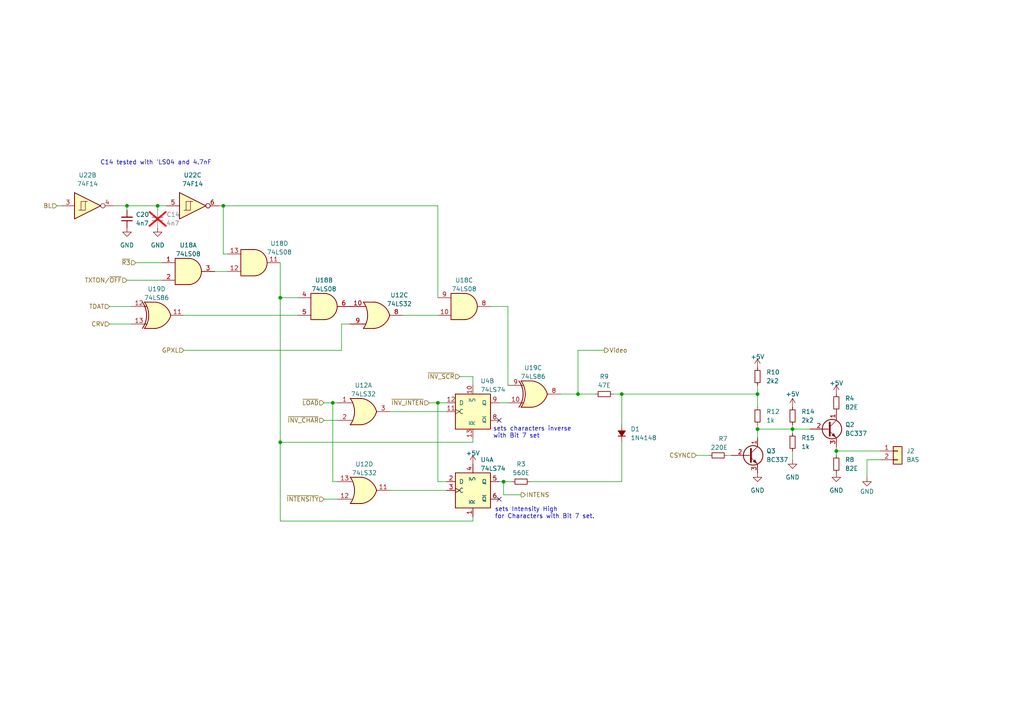
<source format=kicad_sch>
(kicad_sch (version 20231120) (generator "eeschema") (generator_version "8.0")
  (paper "A4")
  (title_block (title "EVA1 (Epson Video Adapter) - Video Output") (date "2025-01-09") (rev "v0.1") (company "100% Offner") (comment 1 "v0.1: Initial Release"))
  (lib_symbols
    (symbol "74xx:74LS08" (pin_names (offset 1.016))
      (property "Reference" "U" (at 0 1.27 0))
      (property "Value" "74LS08" (at 0 -1.27 0))
      (symbol "74LS08_1_1"
        (arc (start 0 -3.81) (mid 3.7934 0) (end 0 3.81) (stroke (width 0.254)) (fill (type background)))
        (polyline (pts (xy 0 3.81) (xy -3.81 3.81) (xy -3.81 -3.81) (xy 0 -3.81)) (stroke (width 0.254)) (fill (type background)))
        (pin input line (at -7.62 2.54 0) (length 3.81) (name "~") (number "1"))
        (pin input line (at -7.62 -2.54 0) (length 3.81) (name "~") (number "2"))
        (pin output line (at 7.62 0 180) (length 3.81) (name "~") (number "3"))
      )
      (symbol "74LS08_1_2"
        (arc (start -3.81 -3.81) (mid -2.589 0) (end -3.81 3.81) (stroke (width 0.254)))
        (arc (start -0.6096 -3.81) (mid 2.1842 -2.5851) (end 3.81 0) (stroke (width 0.254)) (fill (type background)))
        (polyline (pts (xy -3.81 -3.81) (xy -0.635 -3.81)) (stroke (width 0.254)) (fill (type background)))
        (polyline (pts (xy -3.81 3.81) (xy -0.635 3.81)) (stroke (width 0.254)) (fill (type background)))
        (polyline (pts (xy -0.635 3.81) (xy -3.81 3.81) (xy -3.81 3.81) (xy -3.556 3.4036) (xy -3.0226 2.2606) (xy -2.6924 1.0414) (xy -2.6162 -0.254) (xy -2.7686 -1.4986) (xy -3.175 -2.7178) (xy -3.81 -3.81) (xy -3.81 -3.81) (xy -0.635 -3.81)) (stroke (width -25.4)) (fill (type background)))
        (arc (start 3.81 0) (mid 2.1915 2.5936) (end -0.6096 3.81) (stroke (width 0.254)) (fill (type background)))
        (pin input inverted (at -7.62 2.54 0) (length 4.318) (name "~") (number "1"))
        (pin input inverted (at -7.62 -2.54 0) (length 4.318) (name "~") (number "2"))
        (pin output inverted (at 7.62 0 180) (length 3.81) (name "~") (number "3"))
      )
      (symbol "74LS08_2_1"
        (arc (start 0 -3.81) (mid 3.7934 0) (end 0 3.81) (stroke (width 0.254)) (fill (type background)))
        (polyline (pts (xy 0 3.81) (xy -3.81 3.81) (xy -3.81 -3.81) (xy 0 -3.81)) (stroke (width 0.254)) (fill (type background)))
        (pin input line (at -7.62 2.54 0) (length 3.81) (name "~") (number "4"))
        (pin input line (at -7.62 -2.54 0) (length 3.81) (name "~") (number "5"))
        (pin output line (at 7.62 0 180) (length 3.81) (name "~") (number "6"))
      )
      (symbol "74LS08_2_2"
        (arc (start -3.81 -3.81) (mid -2.589 0) (end -3.81 3.81) (stroke (width 0.254)))
        (arc (start -0.6096 -3.81) (mid 2.1842 -2.5851) (end 3.81 0) (stroke (width 0.254)) (fill (type background)))
        (polyline (pts (xy -3.81 -3.81) (xy -0.635 -3.81)) (stroke (width 0.254)) (fill (type background)))
        (polyline (pts (xy -3.81 3.81) (xy -0.635 3.81)) (stroke (width 0.254)) (fill (type background)))
        (polyline (pts (xy -0.635 3.81) (xy -3.81 3.81) (xy -3.81 3.81) (xy -3.556 3.4036) (xy -3.0226 2.2606) (xy -2.6924 1.0414) (xy -2.6162 -0.254) (xy -2.7686 -1.4986) (xy -3.175 -2.7178) (xy -3.81 -3.81) (xy -3.81 -3.81) (xy -0.635 -3.81)) (stroke (width -25.4)) (fill (type background)))
        (arc (start 3.81 0) (mid 2.1915 2.5936) (end -0.6096 3.81) (stroke (width 0.254)) (fill (type background)))
        (pin input inverted (at -7.62 2.54 0) (length 4.318) (name "~") (number "4"))
        (pin input inverted (at -7.62 -2.54 0) (length 4.318) (name "~") (number "5"))
        (pin output inverted (at 7.62 0 180) (length 3.81) (name "~") (number "6"))
      )
      (symbol "74LS08_3_1"
        (arc (start 0 -3.81) (mid 3.7934 0) (end 0 3.81) (stroke (width 0.254)) (fill (type background)))
        (polyline (pts (xy 0 3.81) (xy -3.81 3.81) (xy -3.81 -3.81) (xy 0 -3.81)) (stroke (width 0.254)) (fill (type background)))
        (pin input line (at -7.62 -2.54 0) (length 3.81) (name "~") (number "10"))
        (pin output line (at 7.62 0 180) (length 3.81) (name "~") (number "8"))
        (pin input line (at -7.62 2.54 0) (length 3.81) (name "~") (number "9"))
      )
      (symbol "74LS08_3_2"
        (arc (start -3.81 -3.81) (mid -2.589 0) (end -3.81 3.81) (stroke (width 0.254)))
        (arc (start -0.6096 -3.81) (mid 2.1842 -2.5851) (end 3.81 0) (stroke (width 0.254)) (fill (type background)))
        (polyline (pts (xy -3.81 -3.81) (xy -0.635 -3.81)) (stroke (width 0.254)) (fill (type background)))
        (polyline (pts (xy -3.81 3.81) (xy -0.635 3.81)) (stroke (width 0.254)) (fill (type background)))
        (polyline (pts (xy -0.635 3.81) (xy -3.81 3.81) (xy -3.81 3.81) (xy -3.556 3.4036) (xy -3.0226 2.2606) (xy -2.6924 1.0414) (xy -2.6162 -0.254) (xy -2.7686 -1.4986) (xy -3.175 -2.7178) (xy -3.81 -3.81) (xy -3.81 -3.81) (xy -0.635 -3.81)) (stroke (width -25.4)) (fill (type background)))
        (arc (start 3.81 0) (mid 2.1915 2.5936) (end -0.6096 3.81) (stroke (width 0.254)) (fill (type background)))
        (pin input inverted (at -7.62 -2.54 0) (length 4.318) (name "~") (number "10"))
        (pin output inverted (at 7.62 0 180) (length 3.81) (name "~") (number "8"))
        (pin input inverted (at -7.62 2.54 0) (length 4.318) (name "~") (number "9"))
      )
      (symbol "74LS08_4_1"
        (arc (start 0 -3.81) (mid 3.7934 0) (end 0 3.81) (stroke (width 0.254)) (fill (type background)))
        (polyline (pts (xy 0 3.81) (xy -3.81 3.81) (xy -3.81 -3.81) (xy 0 -3.81)) (stroke (width 0.254)) (fill (type background)))
        (pin output line (at 7.62 0 180) (length 3.81) (name "~") (number "11"))
        (pin input line (at -7.62 2.54 0) (length 3.81) (name "~") (number "12"))
        (pin input line (at -7.62 -2.54 0) (length 3.81) (name "~") (number "13"))
      )
      (symbol "74LS08_4_2"
        (arc (start -3.81 -3.81) (mid -2.589 0) (end -3.81 3.81) (stroke (width 0.254)))
        (arc (start -0.6096 -3.81) (mid 2.1842 -2.5851) (end 3.81 0) (stroke (width 0.254)) (fill (type background)))
        (polyline (pts (xy -3.81 -3.81) (xy -0.635 -3.81)) (stroke (width 0.254)) (fill (type background)))
        (polyline (pts (xy -3.81 3.81) (xy -0.635 3.81)) (stroke (width 0.254)) (fill (type background)))
        (polyline (pts (xy -0.635 3.81) (xy -3.81 3.81) (xy -3.81 3.81) (xy -3.556 3.4036) (xy -3.0226 2.2606) (xy -2.6924 1.0414) (xy -2.6162 -0.254) (xy -2.7686 -1.4986) (xy -3.175 -2.7178) (xy -3.81 -3.81) (xy -3.81 -3.81) (xy -0.635 -3.81)) (stroke (width -25.4)) (fill (type background)))
        (arc (start 3.81 0) (mid 2.1915 2.5936) (end -0.6096 3.81) (stroke (width 0.254)) (fill (type background)))
        (pin output inverted (at 7.62 0 180) (length 3.81) (name "~") (number "11"))
        (pin input inverted (at -7.62 2.54 0) (length 4.318) (name "~") (number "12"))
        (pin input inverted (at -7.62 -2.54 0) (length 4.318) (name "~") (number "13"))
      )
      (symbol "74LS08_5_0"
        (pin power_in line (at 0 12.7 270) (length 5.08) (name "VCC") (number "14"))
        (pin power_in line (at 0 -12.7 90) (length 5.08) (name "GND") (number "7"))
      )
      (symbol "74LS08_5_1"
        (rectangle (start -5.08 7.62) (end 5.08 -7.62) (stroke (width 0.254)) (fill (type background)))
      )
    )
    (symbol "74xx:74LS14" (pin_names (offset 1.016))
      (property "Reference" "U" (at 0 1.27 0))
      (property "Value" "74LS14" (at 0 -1.27 0))
      (symbol "74LS14_1_0"
        (polyline (pts (xy -3.81 3.81) (xy -3.81 -3.81) (xy 3.81 0) (xy -3.81 3.81)) (stroke (width 0.254)) (fill (type background)))
        (pin input line (at -7.62 0 0) (length 3.81) (name "~") (number "1"))
        (pin output inverted (at 7.62 0 180) (length 3.81) (name "~") (number "2"))
      )
      (symbol "74LS14_1_1"
        (polyline (pts (xy -1.905 -1.27) (xy -1.905 1.27) (xy -0.635 1.27)))
        (polyline (pts (xy -2.54 -1.27) (xy -0.635 -1.27) (xy -0.635 1.27) (xy 0 1.27)))
      )
      (symbol "74LS14_2_0"
        (polyline (pts (xy -3.81 3.81) (xy -3.81 -3.81) (xy 3.81 0) (xy -3.81 3.81)) (stroke (width 0.254)) (fill (type background)))
        (pin input line (at -7.62 0 0) (length 3.81) (name "~") (number "3"))
        (pin output inverted (at 7.62 0 180) (length 3.81) (name "~") (number "4"))
      )
      (symbol "74LS14_2_1"
        (polyline (pts (xy -1.905 -1.27) (xy -1.905 1.27) (xy -0.635 1.27)))
        (polyline (pts (xy -2.54 -1.27) (xy -0.635 -1.27) (xy -0.635 1.27) (xy 0 1.27)))
      )
      (symbol "74LS14_3_0"
        (polyline (pts (xy -3.81 3.81) (xy -3.81 -3.81) (xy 3.81 0) (xy -3.81 3.81)) (stroke (width 0.254)) (fill (type background)))
        (pin input line (at -7.62 0 0) (length 3.81) (name "~") (number "5"))
        (pin output inverted (at 7.62 0 180) (length 3.81) (name "~") (number "6"))
      )
      (symbol "74LS14_3_1"
        (polyline (pts (xy -1.905 -1.27) (xy -1.905 1.27) (xy -0.635 1.27)))
        (polyline (pts (xy -2.54 -1.27) (xy -0.635 -1.27) (xy -0.635 1.27) (xy 0 1.27)))
      )
      (symbol "74LS14_4_0"
        (polyline (pts (xy -3.81 3.81) (xy -3.81 -3.81) (xy 3.81 0) (xy -3.81 3.81)) (stroke (width 0.254)) (fill (type background)))
        (pin output inverted (at 7.62 0 180) (length 3.81) (name "~") (number "8"))
        (pin input line (at -7.62 0 0) (length 3.81) (name "~") (number "9"))
      )
      (symbol "74LS14_4_1"
        (polyline (pts (xy -1.905 -1.27) (xy -1.905 1.27) (xy -0.635 1.27)))
        (polyline (pts (xy -2.54 -1.27) (xy -0.635 -1.27) (xy -0.635 1.27) (xy 0 1.27)))
      )
      (symbol "74LS14_5_0"
        (polyline (pts (xy -3.81 3.81) (xy -3.81 -3.81) (xy 3.81 0) (xy -3.81 3.81)) (stroke (width 0.254)) (fill (type background)))
        (pin output inverted (at 7.62 0 180) (length 3.81) (name "~") (number "10"))
        (pin input line (at -7.62 0 0) (length 3.81) (name "~") (number "11"))
      )
      (symbol "74LS14_5_1"
        (polyline (pts (xy -1.905 -1.27) (xy -1.905 1.27) (xy -0.635 1.27)))
        (polyline (pts (xy -2.54 -1.27) (xy -0.635 -1.27) (xy -0.635 1.27) (xy 0 1.27)))
      )
      (symbol "74LS14_6_0"
        (polyline (pts (xy -3.81 3.81) (xy -3.81 -3.81) (xy 3.81 0) (xy -3.81 3.81)) (stroke (width 0.254)) (fill (type background)))
        (pin output inverted (at 7.62 0 180) (length 3.81) (name "~") (number "12"))
        (pin input line (at -7.62 0 0) (length 3.81) (name "~") (number "13"))
      )
      (symbol "74LS14_6_1"
        (polyline (pts (xy -1.905 -1.27) (xy -1.905 1.27) (xy -0.635 1.27)))
        (polyline (pts (xy -2.54 -1.27) (xy -0.635 -1.27) (xy -0.635 1.27) (xy 0 1.27)))
      )
      (symbol "74LS14_7_0"
        (pin power_in line (at 0 12.7 270) (length 5.08) (name "VCC") (number "14"))
        (pin power_in line (at 0 -12.7 90) (length 5.08) (name "GND") (number "7"))
      )
      (symbol "74LS14_7_1"
        (rectangle (start -5.08 7.62) (end 5.08 -7.62) (stroke (width 0.254)) (fill (type background)))
      )
    )
    (symbol "74xx:74LS32" (pin_names (offset 1.016))
      (property "Reference" "U" (at 0 1.27 0))
      (property "Value" "74LS32" (at 0 -1.27 0))
      (symbol "74LS32_1_1"
        (arc (start -3.81 -3.81) (mid -2.589 0) (end -3.81 3.81) (stroke (width 0.254)))
        (arc (start -0.6096 -3.81) (mid 2.1842 -2.5851) (end 3.81 0) (stroke (width 0.254)) (fill (type background)))
        (polyline (pts (xy -3.81 -3.81) (xy -0.635 -3.81)) (stroke (width 0.254)) (fill (type background)))
        (polyline (pts (xy -3.81 3.81) (xy -0.635 3.81)) (stroke (width 0.254)) (fill (type background)))
        (polyline (pts (xy -0.635 3.81) (xy -3.81 3.81) (xy -3.81 3.81) (xy -3.556 3.4036) (xy -3.0226 2.2606) (xy -2.6924 1.0414) (xy -2.6162 -0.254) (xy -2.7686 -1.4986) (xy -3.175 -2.7178) (xy -3.81 -3.81) (xy -3.81 -3.81) (xy -0.635 -3.81)) (stroke (width -25.4)) (fill (type background)))
        (arc (start 3.81 0) (mid 2.1915 2.5936) (end -0.6096 3.81) (stroke (width 0.254)) (fill (type background)))
        (pin input line (at -7.62 2.54 0) (length 4.318) (name "~") (number "1"))
        (pin input line (at -7.62 -2.54 0) (length 4.318) (name "~") (number "2"))
        (pin output line (at 7.62 0 180) (length 3.81) (name "~") (number "3"))
      )
      (symbol "74LS32_1_2"
        (arc (start 0 -3.81) (mid 3.7934 0) (end 0 3.81) (stroke (width 0.254)) (fill (type background)))
        (polyline (pts (xy 0 3.81) (xy -3.81 3.81) (xy -3.81 -3.81) (xy 0 -3.81)) (stroke (width 0.254)) (fill (type background)))
        (pin input inverted (at -7.62 2.54 0) (length 3.81) (name "~") (number "1"))
        (pin input inverted (at -7.62 -2.54 0) (length 3.81) (name "~") (number "2"))
        (pin output inverted (at 7.62 0 180) (length 3.81) (name "~") (number "3"))
      )
      (symbol "74LS32_2_1"
        (arc (start -3.81 -3.81) (mid -2.589 0) (end -3.81 3.81) (stroke (width 0.254)))
        (arc (start -0.6096 -3.81) (mid 2.1842 -2.5851) (end 3.81 0) (stroke (width 0.254)) (fill (type background)))
        (polyline (pts (xy -3.81 -3.81) (xy -0.635 -3.81)) (stroke (width 0.254)) (fill (type background)))
        (polyline (pts (xy -3.81 3.81) (xy -0.635 3.81)) (stroke (width 0.254)) (fill (type background)))
        (polyline (pts (xy -0.635 3.81) (xy -3.81 3.81) (xy -3.81 3.81) (xy -3.556 3.4036) (xy -3.0226 2.2606) (xy -2.6924 1.0414) (xy -2.6162 -0.254) (xy -2.7686 -1.4986) (xy -3.175 -2.7178) (xy -3.81 -3.81) (xy -3.81 -3.81) (xy -0.635 -3.81)) (stroke (width -25.4)) (fill (type background)))
        (arc (start 3.81 0) (mid 2.1915 2.5936) (end -0.6096 3.81) (stroke (width 0.254)) (fill (type background)))
        (pin input line (at -7.62 2.54 0) (length 4.318) (name "~") (number "4"))
        (pin input line (at -7.62 -2.54 0) (length 4.318) (name "~") (number "5"))
        (pin output line (at 7.62 0 180) (length 3.81) (name "~") (number "6"))
      )
      (symbol "74LS32_2_2"
        (arc (start 0 -3.81) (mid 3.7934 0) (end 0 3.81) (stroke (width 0.254)) (fill (type background)))
        (polyline (pts (xy 0 3.81) (xy -3.81 3.81) (xy -3.81 -3.81) (xy 0 -3.81)) (stroke (width 0.254)) (fill (type background)))
        (pin input inverted (at -7.62 2.54 0) (length 3.81) (name "~") (number "4"))
        (pin input inverted (at -7.62 -2.54 0) (length 3.81) (name "~") (number "5"))
        (pin output inverted (at 7.62 0 180) (length 3.81) (name "~") (number "6"))
      )
      (symbol "74LS32_3_1"
        (arc (start -3.81 -3.81) (mid -2.589 0) (end -3.81 3.81) (stroke (width 0.254)))
        (arc (start -0.6096 -3.81) (mid 2.1842 -2.5851) (end 3.81 0) (stroke (width 0.254)) (fill (type background)))
        (polyline (pts (xy -3.81 -3.81) (xy -0.635 -3.81)) (stroke (width 0.254)) (fill (type background)))
        (polyline (pts (xy -3.81 3.81) (xy -0.635 3.81)) (stroke (width 0.254)) (fill (type background)))
        (polyline (pts (xy -0.635 3.81) (xy -3.81 3.81) (xy -3.81 3.81) (xy -3.556 3.4036) (xy -3.0226 2.2606) (xy -2.6924 1.0414) (xy -2.6162 -0.254) (xy -2.7686 -1.4986) (xy -3.175 -2.7178) (xy -3.81 -3.81) (xy -3.81 -3.81) (xy -0.635 -3.81)) (stroke (width -25.4)) (fill (type background)))
        (arc (start 3.81 0) (mid 2.1915 2.5936) (end -0.6096 3.81) (stroke (width 0.254)) (fill (type background)))
        (pin input line (at -7.62 -2.54 0) (length 4.318) (name "~") (number "10"))
        (pin output line (at 7.62 0 180) (length 3.81) (name "~") (number "8"))
        (pin input line (at -7.62 2.54 0) (length 4.318) (name "~") (number "9"))
      )
      (symbol "74LS32_3_2"
        (arc (start 0 -3.81) (mid 3.7934 0) (end 0 3.81) (stroke (width 0.254)) (fill (type background)))
        (polyline (pts (xy 0 3.81) (xy -3.81 3.81) (xy -3.81 -3.81) (xy 0 -3.81)) (stroke (width 0.254)) (fill (type background)))
        (pin input inverted (at -7.62 -2.54 0) (length 3.81) (name "~") (number "10"))
        (pin output inverted (at 7.62 0 180) (length 3.81) (name "~") (number "8"))
        (pin input inverted (at -7.62 2.54 0) (length 3.81) (name "~") (number "9"))
      )
      (symbol "74LS32_4_1"
        (arc (start -3.81 -3.81) (mid -2.589 0) (end -3.81 3.81) (stroke (width 0.254)))
        (arc (start -0.6096 -3.81) (mid 2.1842 -2.5851) (end 3.81 0) (stroke (width 0.254)) (fill (type background)))
        (polyline (pts (xy -3.81 -3.81) (xy -0.635 -3.81)) (stroke (width 0.254)) (fill (type background)))
        (polyline (pts (xy -3.81 3.81) (xy -0.635 3.81)) (stroke (width 0.254)) (fill (type background)))
        (polyline (pts (xy -0.635 3.81) (xy -3.81 3.81) (xy -3.81 3.81) (xy -3.556 3.4036) (xy -3.0226 2.2606) (xy -2.6924 1.0414) (xy -2.6162 -0.254) (xy -2.7686 -1.4986) (xy -3.175 -2.7178) (xy -3.81 -3.81) (xy -3.81 -3.81) (xy -0.635 -3.81)) (stroke (width -25.4)) (fill (type background)))
        (arc (start 3.81 0) (mid 2.1915 2.5936) (end -0.6096 3.81) (stroke (width 0.254)) (fill (type background)))
        (pin output line (at 7.62 0 180) (length 3.81) (name "~") (number "11"))
        (pin input line (at -7.62 2.54 0) (length 4.318) (name "~") (number "12"))
        (pin input line (at -7.62 -2.54 0) (length 4.318) (name "~") (number "13"))
      )
      (symbol "74LS32_4_2"
        (arc (start 0 -3.81) (mid 3.7934 0) (end 0 3.81) (stroke (width 0.254)) (fill (type background)))
        (polyline (pts (xy 0 3.81) (xy -3.81 3.81) (xy -3.81 -3.81) (xy 0 -3.81)) (stroke (width 0.254)) (fill (type background)))
        (pin output inverted (at 7.62 0 180) (length 3.81) (name "~") (number "11"))
        (pin input inverted (at -7.62 2.54 0) (length 3.81) (name "~") (number "12"))
        (pin input inverted (at -7.62 -2.54 0) (length 3.81) (name "~") (number "13"))
      )
      (symbol "74LS32_5_0"
        (pin power_in line (at 0 12.7 270) (length 5.08) (name "VCC") (number "14"))
        (pin power_in line (at 0 -12.7 90) (length 5.08) (name "GND") (number "7"))
      )
      (symbol "74LS32_5_1"
        (rectangle (start -5.08 7.62) (end 5.08 -7.62) (stroke (width 0.254)) (fill (type background)))
      )
    )
    (symbol "74xx:74LS74" (pin_names (offset 1.016))
      (property "Reference" "U" (at -7.62 8.89 0))
      (property "Value" "74LS74" (at -7.62 -8.89 0))
      (symbol "74LS74_1_0"
        (pin input line (at 0 -7.62 90) (length 2.54) (name "~{R}") (number "1"))
        (pin input line (at -7.62 2.54 0) (length 2.54) (name "D") (number "2"))
        (pin input clock (at -7.62 0 0) (length 2.54) (name "C") (number "3"))
        (pin input line (at 0 7.62 270) (length 2.54) (name "~{S}") (number "4"))
        (pin output line (at 7.62 2.54 180) (length 2.54) (name "Q") (number "5"))
        (pin output line (at 7.62 -2.54 180) (length 2.54) (name "~{Q}") (number "6"))
      )
      (symbol "74LS74_1_1"
        (rectangle (start -5.08 5.08) (end 5.08 -5.08) (stroke (width 0.254)) (fill (type background)))
      )
      (symbol "74LS74_2_0"
        (pin input line (at 0 7.62 270) (length 2.54) (name "~{S}") (number "10"))
        (pin input clock (at -7.62 0 0) (length 2.54) (name "C") (number "11"))
        (pin input line (at -7.62 2.54 0) (length 2.54) (name "D") (number "12"))
        (pin input line (at 0 -7.62 90) (length 2.54) (name "~{R}") (number "13"))
        (pin output line (at 7.62 -2.54 180) (length 2.54) (name "~{Q}") (number "8"))
        (pin output line (at 7.62 2.54 180) (length 2.54) (name "Q") (number "9"))
      )
      (symbol "74LS74_2_1"
        (rectangle (start -5.08 5.08) (end 5.08 -5.08) (stroke (width 0.254)) (fill (type background)))
      )
      (symbol "74LS74_3_0"
        (pin power_in line (at 0 10.16 270) (length 2.54) (name "VCC") (number "14"))
        (pin power_in line (at 0 -10.16 90) (length 2.54) (name "GND") (number "7"))
      )
      (symbol "74LS74_3_1"
        (rectangle (start -5.08 7.62) (end 5.08 -7.62) (stroke (width 0.254)) (fill (type background)))
      )
    )
    (symbol "74xx:74LS86" (pin_names (offset 1.016))
      (property "Reference" "U" (at 0 1.27 0))
      (property "Value" "74LS86" (at 0 -1.27 0))
      (symbol "74LS86_1_0"
        (arc (start -4.4196 -3.81) (mid -3.2033 0) (end -4.4196 3.81) (stroke (width 0.254)))
        (arc (start -3.81 -3.81) (mid -2.589 0) (end -3.81 3.81) (stroke (width 0.254)))
        (arc (start -0.6096 -3.81) (mid 2.1842 -2.5851) (end 3.81 0) (stroke (width 0.254)) (fill (type background)))
        (polyline (pts (xy -3.81 -3.81) (xy -0.635 -3.81)) (stroke (width 0.254)) (fill (type background)))
        (polyline (pts (xy -3.81 3.81) (xy -0.635 3.81)) (stroke (width 0.254)) (fill (type background)))
        (polyline (pts (xy -0.635 3.81) (xy -3.81 3.81) (xy -3.81 3.81) (xy -3.556 3.4036) (xy -3.0226 2.2606) (xy -2.6924 1.0414) (xy -2.6162 -0.254) (xy -2.7686 -1.4986) (xy -3.175 -2.7178) (xy -3.81 -3.81) (xy -3.81 -3.81) (xy -0.635 -3.81)) (stroke (width -25.4)) (fill (type background)))
        (arc (start 3.81 0) (mid 2.1915 2.5936) (end -0.6096 3.81) (stroke (width 0.254)) (fill (type background)))
        (pin input line (at -7.62 2.54 0) (length 4.445) (name "~") (number "1"))
        (pin input line (at -7.62 -2.54 0) (length 4.445) (name "~") (number "2"))
        (pin output line (at 7.62 0 180) (length 3.81) (name "~") (number "3"))
      )
      (symbol "74LS86_1_1"
        (polyline (pts (xy -3.81 -2.54) (xy -3.175 -2.54)) (stroke (width 0.1524)))
        (polyline (pts (xy -3.81 2.54) (xy -3.175 2.54)) (stroke (width 0.1524)))
      )
      (symbol "74LS86_2_0"
        (arc (start -4.4196 -3.81) (mid -3.2033 0) (end -4.4196 3.81) (stroke (width 0.254)))
        (arc (start -3.81 -3.81) (mid -2.589 0) (end -3.81 3.81) (stroke (width 0.254)))
        (arc (start -0.6096 -3.81) (mid 2.1842 -2.5851) (end 3.81 0) (stroke (width 0.254)) (fill (type background)))
        (polyline (pts (xy -3.81 -3.81) (xy -0.635 -3.81)) (stroke (width 0.254)) (fill (type background)))
        (polyline (pts (xy -3.81 3.81) (xy -0.635 3.81)) (stroke (width 0.254)) (fill (type background)))
        (polyline (pts (xy -0.635 3.81) (xy -3.81 3.81) (xy -3.81 3.81) (xy -3.556 3.4036) (xy -3.0226 2.2606) (xy -2.6924 1.0414) (xy -2.6162 -0.254) (xy -2.7686 -1.4986) (xy -3.175 -2.7178) (xy -3.81 -3.81) (xy -3.81 -3.81) (xy -0.635 -3.81)) (stroke (width -25.4)) (fill (type background)))
        (arc (start 3.81 0) (mid 2.1915 2.5936) (end -0.6096 3.81) (stroke (width 0.254)) (fill (type background)))
        (pin input line (at -7.62 2.54 0) (length 4.445) (name "~") (number "4"))
        (pin input line (at -7.62 -2.54 0) (length 4.445) (name "~") (number "5"))
        (pin output line (at 7.62 0 180) (length 3.81) (name "~") (number "6"))
      )
      (symbol "74LS86_2_1"
        (polyline (pts (xy -3.81 -2.54) (xy -3.175 -2.54)) (stroke (width 0.1524)))
        (polyline (pts (xy -3.81 2.54) (xy -3.175 2.54)) (stroke (width 0.1524)))
      )
      (symbol "74LS86_3_0"
        (arc (start -4.4196 -3.81) (mid -3.2033 0) (end -4.4196 3.81) (stroke (width 0.254)))
        (arc (start -3.81 -3.81) (mid -2.589 0) (end -3.81 3.81) (stroke (width 0.254)))
        (arc (start -0.6096 -3.81) (mid 2.1842 -2.5851) (end 3.81 0) (stroke (width 0.254)) (fill (type background)))
        (polyline (pts (xy -3.81 -3.81) (xy -0.635 -3.81)) (stroke (width 0.254)) (fill (type background)))
        (polyline (pts (xy -3.81 3.81) (xy -0.635 3.81)) (stroke (width 0.254)) (fill (type background)))
        (polyline (pts (xy -0.635 3.81) (xy -3.81 3.81) (xy -3.81 3.81) (xy -3.556 3.4036) (xy -3.0226 2.2606) (xy -2.6924 1.0414) (xy -2.6162 -0.254) (xy -2.7686 -1.4986) (xy -3.175 -2.7178) (xy -3.81 -3.81) (xy -3.81 -3.81) (xy -0.635 -3.81)) (stroke (width -25.4)) (fill (type background)))
        (arc (start 3.81 0) (mid 2.1915 2.5936) (end -0.6096 3.81) (stroke (width 0.254)) (fill (type background)))
        (pin input line (at -7.62 -2.54 0) (length 4.445) (name "~") (number "10"))
        (pin output line (at 7.62 0 180) (length 3.81) (name "~") (number "8"))
        (pin input line (at -7.62 2.54 0) (length 4.445) (name "~") (number "9"))
      )
      (symbol "74LS86_3_1"
        (polyline (pts (xy -3.81 -2.54) (xy -3.175 -2.54)) (stroke (width 0.1524)))
        (polyline (pts (xy -3.81 2.54) (xy -3.175 2.54)) (stroke (width 0.1524)))
      )
      (symbol "74LS86_4_0"
        (arc (start -4.4196 -3.81) (mid -3.2033 0) (end -4.4196 3.81) (stroke (width 0.254)))
        (arc (start -3.81 -3.81) (mid -2.589 0) (end -3.81 3.81) (stroke (width 0.254)))
        (arc (start -0.6096 -3.81) (mid 2.1842 -2.5851) (end 3.81 0) (stroke (width 0.254)) (fill (type background)))
        (polyline (pts (xy -3.81 -3.81) (xy -0.635 -3.81)) (stroke (width 0.254)) (fill (type background)))
        (polyline (pts (xy -3.81 3.81) (xy -0.635 3.81)) (stroke (width 0.254)) (fill (type background)))
        (polyline (pts (xy -0.635 3.81) (xy -3.81 3.81) (xy -3.81 3.81) (xy -3.556 3.4036) (xy -3.0226 2.2606) (xy -2.6924 1.0414) (xy -2.6162 -0.254) (xy -2.7686 -1.4986) (xy -3.175 -2.7178) (xy -3.81 -3.81) (xy -3.81 -3.81) (xy -0.635 -3.81)) (stroke (width -25.4)) (fill (type background)))
        (arc (start 3.81 0) (mid 2.1915 2.5936) (end -0.6096 3.81) (stroke (width 0.254)) (fill (type background)))
        (pin output line (at 7.62 0 180) (length 3.81) (name "~") (number "11"))
        (pin input line (at -7.62 2.54 0) (length 4.445) (name "~") (number "12"))
        (pin input line (at -7.62 -2.54 0) (length 4.445) (name "~") (number "13"))
      )
      (symbol "74LS86_4_1"
        (polyline (pts (xy -3.81 -2.54) (xy -3.175 -2.54)) (stroke (width 0.1524)))
        (polyline (pts (xy -3.81 2.54) (xy -3.175 2.54)) (stroke (width 0.1524)))
      )
      (symbol "74LS86_5_0"
        (pin power_in line (at 0 12.7 270) (length 5.08) (name "VCC") (number "14"))
        (pin power_in line (at 0 -12.7 90) (length 5.08) (name "GND") (number "7"))
      )
      (symbol "74LS86_5_1"
        (rectangle (start -5.08 7.62) (end 5.08 -7.62) (stroke (width 0.254)) (fill (type background)))
      )
    )
    (symbol "Connector_Generic:Conn_01x02" (pin_names (offset 1.016) hide)
      (property "Reference" "J" (at 0 2.54 0))
      (property "Value" "Conn_01x02" (at 0 -5.08 0))
      (symbol "Conn_01x02_1_1"
        (rectangle (start -1.27 -2.413) (end 0 -2.667) (stroke (width 0.1524)))
        (rectangle (start -1.27 0.127) (end 0 -0.127) (stroke (width 0.1524)))
        (rectangle (start -1.27 1.27) (end 1.27 -3.81) (stroke (width 0.254)) (fill (type background)))
        (pin passive line (at -5.08 0 0) (length 3.81) (name "Pin_1") (number "1"))
        (pin passive line (at -5.08 -2.54 0) (length 3.81) (name "Pin_2") (number "2"))
      )
    )
    (symbol "Device:C_Small" (pin_numbers hide) (pin_names (offset 0.254) hide)
      (property "Reference" "C" (at 0.254 1.778 0))
      (property "Value" "C_Small" (at 0.254 -2.032 0))
      (symbol "C_Small_0_1"
        (polyline (pts (xy -1.524 -0.508) (xy 1.524 -0.508)) (stroke (width 0.3302)))
        (polyline (pts (xy -1.524 0.508) (xy 1.524 0.508)) (stroke (width 0.3048)))
      )
      (symbol "C_Small_1_1"
        (pin passive line (at 0 2.54 270) (length 2.032) (name "~") (number "1"))
        (pin passive line (at 0 -2.54 90) (length 2.032) (name "~") (number "2"))
      )
    )
    (symbol "Device:D_Small_Filled" (pin_numbers hide) (pin_names (offset 0.254) hide)
      (property "Reference" "D" (at -1.27 2.032 0))
      (property "Value" "D_Small_Filled" (at -3.81 -2.032 0))
      (symbol "D_Small_Filled_0_1"
        (polyline (pts (xy -0.762 -1.016) (xy -0.762 1.016)) (stroke (width 0.254)))
        (polyline (pts (xy -0.762 0) (xy 0.762 0)))
        (polyline (pts (xy 0.762 -1.016) (xy -0.762 0) (xy 0.762 1.016) (xy 0.762 -1.016)) (stroke (width 0.254)) (fill (type outline)))
      )
      (symbol "D_Small_Filled_1_1"
        (pin passive line (at -2.54 0 0) (length 1.778) (name "K") (number "1"))
        (pin passive line (at 2.54 0 180) (length 1.778) (name "A") (number "2"))
      )
    )
    (symbol "Device:R_Small" (pin_numbers hide) (pin_names (offset 0.254) hide)
      (property "Reference" "R" (at 0.762 0.508 0))
      (property "Value" "R_Small" (at 0.762 -1.016 0))
      (symbol "R_Small_0_1"
        (rectangle (start -0.762 1.778) (end 0.762 -1.778) (stroke (width 0.2032)))
      )
      (symbol "R_Small_1_1"
        (pin passive line (at 0 2.54 270) (length 0.762) (name "~") (number "1"))
        (pin passive line (at 0 -2.54 90) (length 0.762) (name "~") (number "2"))
      )
    )
    (symbol "Transistor_BJT:BC337" (pin_names (offset 0) hide)
      (property "Reference" "Q" (at 5.08 1.905 0))
      (property "Value" "BC337" (at 5.08 0 0))
      (symbol "BC337_0_1"
        (polyline (pts (xy 0 0) (xy 0.635 0)))
        (polyline (pts (xy 0.635 0.635) (xy 2.54 2.54)))
        (polyline (pts (xy 0.635 -0.635) (xy 2.54 -2.54) (xy 2.54 -2.54)))
        (polyline (pts (xy 0.635 1.905) (xy 0.635 -1.905) (xy 0.635 -1.905)) (stroke (width 0.508)))
        (polyline (pts (xy 1.27 -1.778) (xy 1.778 -1.27) (xy 2.286 -2.286) (xy 1.27 -1.778) (xy 1.27 -1.778)) (fill (type outline)))
        (circle (center 1.27 0) (radius 2.8194) (stroke (width 0.254)))
      )
      (symbol "BC337_1_1"
        (pin passive line (at 2.54 5.08 270) (length 2.54) (name "C") (number "1"))
        (pin input line (at -5.08 0 0) (length 5.08) (name "B") (number "2"))
        (pin passive line (at 2.54 -5.08 90) (length 2.54) (name "E") (number "3"))
      )
    )
    (symbol "power:+5V" (power) (pin_names (offset 0))
      (property "Value" "+5V" (at 0 3.556 0))
      (symbol "+5V_0_1"
        (polyline (pts (xy -0.762 1.27) (xy 0 2.54)))
        (polyline (pts (xy 0 0) (xy 0 2.54)))
        (polyline (pts (xy 0 2.54) (xy 0.762 1.27)))
      )
      (symbol "+5V_1_1"
        (pin power_in line (at 0 0 90) (length 0) hide (name "+5V") (number "1"))
      )
    )
    (symbol "power:GND" (power) (pin_names (offset 0))
      (property "Value" "GND" (at 0 -3.81 0))
      (symbol "GND_0_1"
        (polyline (pts (xy 0 0) (xy 0 -1.27) (xy 1.27 -1.27) (xy 0 -2.54) (xy -1.27 -1.27) (xy 0 -1.27)))
      )
      (symbol "GND_1_1"
        (pin power_in line (at 0 0 270) (length 0) hide (name "GND") (number "1"))
      )
    )
  )
  (junction (at 167.64 114.3))
  (junction (at 64.77 59.69))
  (junction (at 242.57 130.81))
  (junction (at 127 116.84))
  (junction (at 81.28 128.27))
  (junction (at 146.05 139.7))
  (junction (at 219.71 124.46))
  (junction (at 219.71 114.3))
  (junction (at 45.72 59.69))
  (junction (at 81.28 86.36))
  (junction (at 180.34 114.3))
  (junction (at 36.83 59.69))
  (junction (at 229.87 124.46))
  (junction (at 96.52 116.84))
  (no_connect (at 144.78 121.92))
  (no_connect (at 144.78 144.78))
  (wire (pts (xy 180.34 114.3) (xy 180.34 123.19)))
  (wire (pts (xy 142.24 88.9) (xy 147.32 88.9)))
  (wire (pts (xy 116.84 91.44) (xy 127 91.44)))
  (wire (pts (xy 124.46 116.84) (xy 127 116.84)))
  (wire (pts (xy 36.83 59.69) (xy 45.72 59.69)))
  (wire (pts (xy 45.72 59.69) (xy 45.72 60.96)))
  (wire (pts (xy 64.77 59.69) (xy 63.5 59.69)))
  (wire (pts (xy 242.57 130.81) (xy 255.27 130.81)))
  (wire (pts (xy 45.72 59.69) (xy 48.26 59.69)))
  (wire (pts (xy 39.37 76.2) (xy 46.99 76.2)))
  (wire (pts (xy 137.16 111.76) (xy 137.16 109.22)))
  (wire (pts (xy 99.06 101.6) (xy 99.06 93.98)))
  (wire (pts (xy 242.57 129.54) (xy 242.57 130.81)))
  (wire (pts (xy 229.87 124.46) (xy 229.87 125.73)))
  (wire (pts (xy 81.28 128.27) (xy 81.28 86.36)))
  (wire (pts (xy 229.87 124.46) (xy 234.95 124.46)))
  (wire (pts (xy 96.52 116.84) (xy 96.52 139.7)))
  (wire (pts (xy 127 59.69) (xy 127 86.36)))
  (wire (pts (xy 146.05 139.7) (xy 148.59 139.7)))
  (wire (pts (xy 81.28 76.2) (xy 81.28 86.36)))
  (wire (pts (xy 31.75 93.98) (xy 38.1 93.98)))
  (wire (pts (xy 99.06 93.98) (xy 101.6 93.98)))
  (wire (pts (xy 53.34 101.6) (xy 99.06 101.6)))
  (wire (pts (xy 113.03 142.24) (xy 129.54 142.24)))
  (wire (pts (xy 137.16 127) (xy 137.16 128.27)))
  (wire (pts (xy 127 139.7) (xy 129.54 139.7)))
  (wire (pts (xy 219.71 124.46) (xy 229.87 124.46)))
  (wire (pts (xy 53.34 91.44) (xy 86.36 91.44)))
  (wire (pts (xy 81.28 151.13) (xy 137.16 151.13)))
  (wire (pts (xy 229.87 130.81) (xy 229.87 133.35)))
  (wire (pts (xy 201.93 132.08) (xy 205.74 132.08)))
  (wire (pts (xy 36.83 81.28) (xy 46.99 81.28)))
  (wire (pts (xy 210.82 132.08) (xy 212.09 132.08)))
  (wire (pts (xy 147.32 88.9) (xy 147.32 111.76)))
  (wire (pts (xy 180.34 114.3) (xy 219.71 114.3)))
  (wire (pts (xy 33.02 59.69) (xy 36.83 59.69)))
  (wire (pts (xy 16.51 59.69) (xy 17.78 59.69)))
  (wire (pts (xy 175.26 101.6) (xy 167.64 101.6)))
  (wire (pts (xy 219.71 127) (xy 219.71 124.46)))
  (wire (pts (xy 251.46 138.43) (xy 251.46 133.35)))
  (wire (pts (xy 31.75 88.9) (xy 38.1 88.9)))
  (wire (pts (xy 229.87 123.19) (xy 229.87 124.46)))
  (wire (pts (xy 137.16 151.13) (xy 137.16 149.86)))
  (wire (pts (xy 219.71 111.76) (xy 219.71 114.3)))
  (wire (pts (xy 144.78 116.84) (xy 147.32 116.84)))
  (wire (pts (xy 64.77 59.69) (xy 64.77 73.66)))
  (wire (pts (xy 64.77 73.66) (xy 66.04 73.66)))
  (wire (pts (xy 251.46 133.35) (xy 255.27 133.35)))
  (wire (pts (xy 167.64 101.6) (xy 167.64 114.3)))
  (wire (pts (xy 146.05 143.51) (xy 151.13 143.51)))
  (wire (pts (xy 81.28 128.27) (xy 137.16 128.27)))
  (wire (pts (xy 93.98 144.78) (xy 97.79 144.78)))
  (wire (pts (xy 144.78 139.7) (xy 146.05 139.7)))
  (wire (pts (xy 242.57 130.81) (xy 242.57 132.08)))
  (wire (pts (xy 133.35 109.22) (xy 137.16 109.22)))
  (wire (pts (xy 127 59.69) (xy 64.77 59.69)))
  (wire (pts (xy 96.52 139.7) (xy 97.79 139.7)))
  (wire (pts (xy 127 116.84) (xy 127 139.7)))
  (wire (pts (xy 153.67 139.7) (xy 180.34 139.7)))
  (wire (pts (xy 167.64 114.3) (xy 162.56 114.3)))
  (wire (pts (xy 177.8 114.3) (xy 180.34 114.3)))
  (wire (pts (xy 62.23 78.74) (xy 66.04 78.74)))
  (wire (pts (xy 219.71 114.3) (xy 219.71 118.11)))
  (wire (pts (xy 93.98 116.84) (xy 96.52 116.84)))
  (wire (pts (xy 127 116.84) (xy 129.54 116.84)))
  (wire (pts (xy 180.34 128.27) (xy 180.34 139.7)))
  (wire (pts (xy 36.83 59.69) (xy 36.83 60.96)))
  (wire (pts (xy 219.71 123.19) (xy 219.71 124.46)))
  (wire (pts (xy 146.05 139.7) (xy 146.05 143.51)))
  (wire (pts (xy 172.72 114.3) (xy 167.64 114.3)))
  (wire (pts (xy 93.98 121.92) (xy 97.79 121.92)))
  (wire (pts (xy 96.52 116.84) (xy 97.79 116.84)))
  (wire (pts (xy 129.54 119.38) (xy 113.03 119.38)))
  (wire (pts (xy 81.28 86.36) (xy 86.36 86.36)))
  (wire (pts (xy 81.28 151.13) (xy 81.28 128.27)))
  (text "C14 tested with 'LS04 and 4.7nF" (at 45.212 47.244 0) (effects (font (size 1.27 1.27))))
  (text "sets Intensity High\nfor Characters with Bit 7 set." (at 143.51 148.844 0) (effects (font (size 1.27 1.27)) (justify left)))
  (text "sets characters inverse \nwith Bit 7 set" (at 143.002 125.476 0) (effects (font (size 1.27 1.27)) (justify left)))
  (hierarchical_label "~{INV_CHAR}" (shape input) (at 93.98 121.92 180))
  (hierarchical_label "Video" (shape output) (at 175.26 101.6 0))
  (hierarchical_label "TXTON{slash}~{OFF}" (shape input) (at 36.83 81.28 180))
  (hierarchical_label "TDAT" (shape input) (at 31.75 88.9 180))
  (hierarchical_label "~{R3}" (shape input) (at 39.37 76.2 180))
  (hierarchical_label "~{INTENSITY}" (shape input) (at 93.98 144.78 180))
  (hierarchical_label "CRV" (shape input) (at 31.75 93.98 180))
  (hierarchical_label "~{LOAD}" (shape input) (at 93.98 116.84 180))
  (hierarchical_label "~{INV_INTEN}" (shape input) (at 124.46 116.84 180))
  (hierarchical_label "CSYNC" (shape input) (at 201.93 132.08 180))
  (hierarchical_label "~{INV_SCR}" (shape input) (at 133.35 109.22 180))
  (hierarchical_label "INTENS" (shape output) (at 151.13 143.51 0))
  (hierarchical_label "BL" (shape input) (at 16.51 59.69 180))
  (hierarchical_label "GPXL" (shape input) (at 53.34 101.6 180))
  (symbol (lib_id "74xx:74LS14") (at 25.4 59.69 0) (unit 2)
    (property "Reference" "U22" (at 25.4 50.8 0))
    (property "Value" "74F14" (at 25.4 53.34 0))
    (property "Footprint" "Package_DIP:DIP-14_W7.62mm" (effects (hide yes)))
    (property "Datasheet" "http://www.ti.com/lit/gpn/sn74LS14" (effects (hide yes)))
    (property "Description" "Hex inverter schmitt trigger" (effects (hide yes)))
  )
  (symbol (lib_id "Device:R_Small") (at 219.71 109.22 180) (unit 1)
    (property "Reference" "R10" (at 222.25 107.9499 0) (effects (justify right)))
    (property "Value" "2k2" (at 222.25 110.4899 0) (effects (justify right)))
    (property "Footprint" "Resistor_THT:R_Axial_DIN0411_L9.9mm_D3.6mm_P12.70mm_Horizontal" (effects (hide yes)))
    (property "Description" "Resistor, small symbol" (effects (hide yes)))
  )
  (symbol (lib_id "power:GND") (at 45.72 66.04 0) (unit 1)
    (property "Reference" "#PWR075" (effects (hide yes)))
    (property "Value" "GND" (at 45.72 71.12 0))
  )
  (symbol (lib_id "Device:R_Small") (at 151.13 139.7 90) (unit 1)
    (property "Reference" "R3" (at 151.13 134.62 90))
    (property "Value" "560E" (at 151.13 137.16 90))
    (property "Footprint" "Resistor_THT:R_Axial_DIN0411_L9.9mm_D3.6mm_P12.70mm_Horizontal" (effects (hide yes)))
    (property "Description" "Resistor, small symbol" (effects (hide yes)))
  )
  (symbol (lib_id "74xx:74LS08") (at 134.62 88.9 0) (unit 3)
    (property "Reference" "U18" (at 134.6117 81.28 0))
    (property "Value" "74LS08" (at 134.6117 83.82 0))
    (property "Footprint" "Package_DIP:DIP-14_W7.62mm" (effects (hide yes)))
    (property "Datasheet" "http://www.ti.com/lit/gpn/sn74LS08" (effects (hide yes)))
    (property "Description" "Quad And2" (effects (hide yes)))
  )
  (symbol (lib_id "Device:R_Small") (at 242.57 134.62 0) (unit 1)
    (property "Reference" "R8" (at 245.11 133.3499 0) (effects (justify left)))
    (property "Value" "82E" (at 245.11 135.8899 0) (effects (justify left)))
    (property "Footprint" "Resistor_THT:R_Axial_DIN0411_L9.9mm_D3.6mm_P12.70mm_Horizontal" (effects (hide yes)))
    (property "Description" "Resistor, small symbol" (effects (hide yes)))
  )
  (symbol (lib_id "power:+5V") (at 242.57 114.3 0) (unit 1)
    (property "Reference" "#PWR0143" (effects (hide yes)))
    (property "Value" "+5V" (at 242.57 111.125 0))
  )
  (symbol (lib_id "power:GND") (at 219.71 137.16 0) (unit 1)
    (property "Reference" "#PWR082" (effects (hide yes)))
    (property "Value" "GND" (at 219.71 142.24 0))
  )
  (symbol (lib_id "74xx:74LS08") (at 54.61 78.74 0) (unit 1)
    (property "Reference" "U18" (at 54.6017 71.12 0))
    (property "Value" "74LS08" (at 54.6017 73.66 0))
    (property "Footprint" "Package_DIP:DIP-14_W7.62mm" (effects (hide yes)))
    (property "Datasheet" "http://www.ti.com/lit/gpn/sn74LS08" (effects (hide yes)))
    (property "Description" "Quad And2" (effects (hide yes)))
  )
  (symbol (lib_id "Device:R_Small") (at 175.26 114.3 90) (unit 1)
    (property "Reference" "R9" (at 175.26 109.22 90))
    (property "Value" "47E" (at 175.26 111.76 90))
    (property "Footprint" "Resistor_THT:R_Axial_DIN0411_L9.9mm_D3.6mm_P12.70mm_Horizontal" (effects (hide yes)))
    (property "Description" "Resistor, small symbol" (effects (hide yes)))
  )
  (symbol (lib_id "Connector_Generic:Conn_01x02") (at 260.35 130.81 0) (unit 1)
    (property "Reference" "J2" (at 262.89 130.8099 0) (effects (justify left)))
    (property "Value" "BAS" (at 262.89 133.3499 0) (effects (justify left)))
    (property "Footprint" "Connector_PinHeader_2.54mm:PinHeader_1x02_P2.54mm_Vertical" (effects (hide yes)))
    (property "Description" "Generic connector, single row, 01x02, script generated (kicad-library-utils/schlib/autogen/connector/)" (effects (hide yes)))
  )
  (symbol (lib_id "power:GND") (at 229.87 133.35 0) (unit 1)
    (property "Reference" "#PWR0117" (effects (hide yes)))
    (property "Value" "GND" (at 229.87 138.43 0))
  )
  (symbol (lib_id "power:GND") (at 242.57 137.16 0) (unit 1)
    (property "Reference" "#PWR0149" (effects (hide yes)))
    (property "Value" "GND" (at 242.57 142.24 0))
  )
  (symbol (lib_id "Device:R_Small") (at 208.28 132.08 90) (unit 1)
    (property "Reference" "R7" (at 211.074 127.254 90) (effects (justify left)))
    (property "Value" "220E" (at 211.074 129.794 90) (effects (justify left)))
    (property "Footprint" "Resistor_THT:R_Axial_DIN0411_L9.9mm_D3.6mm_P12.70mm_Horizontal" (effects (hide yes)))
    (property "Description" "Resistor, small symbol" (effects (hide yes)))
  )
  (symbol (lib_id "power:+5V") (at 219.71 106.68 0) (unit 1)
    (property "Reference" "#PWR079" (effects (hide yes)))
    (property "Value" "+5V" (at 219.71 103.505 0))
  )
  (symbol (lib_id "74xx:74LS14") (at 55.88 59.69 0) (unit 3)
    (property "Reference" "U22" (at 55.88 50.8 0))
    (property "Value" "74F14" (at 55.88 53.34 0))
    (property "Footprint" "Package_DIP:DIP-14_W7.62mm" (effects (hide yes)))
    (property "Datasheet" "http://www.ti.com/lit/gpn/sn74LS14" (effects (hide yes)))
    (property "Description" "Hex inverter schmitt trigger" (effects (hide yes)))
  )
  (symbol (lib_id "74xx:74LS08") (at 73.66 76.2 0) (mirror x) (unit 4)
    (property "Reference" "U18" (at 81.026 70.612 0))
    (property "Value" "74LS08" (at 81.026 73.152 0))
    (property "Footprint" "Package_DIP:DIP-14_W7.62mm" (effects (hide yes)))
    (property "Datasheet" "http://www.ti.com/lit/gpn/sn74LS08" (effects (hide yes)))
    (property "Description" "Quad And2" (effects (hide yes)))
  )
  (symbol (lib_id "74xx:74LS32") (at 105.41 119.38 0) (unit 1)
    (property "Reference" "U12" (at 105.41 111.76 0))
    (property "Value" "74LS32" (at 105.41 114.3 0))
    (property "Footprint" "Package_DIP:DIP-14_W7.62mm" (effects (hide yes)))
    (property "Datasheet" "http://www.ti.com/lit/gpn/sn74LS32" (effects (hide yes)))
    (property "Description" "Quad 2-input OR" (effects (hide yes)))
  )
  (symbol (lib_id "74xx:74LS74") (at 137.16 142.24 0) (unit 1)
    (property "Reference" "U4" (at 139.3541 133.35 0) (effects (justify left)))
    (property "Value" "74LS74" (at 139.3541 135.89 0) (effects (justify left)))
    (property "Footprint" "Package_DIP:DIP-14_W7.62mm" (effects (hide yes)))
    (property "Datasheet" "74xx/74hc_hct74.pdf" (effects (hide yes)))
    (property "Description" "Dual D Flip-flop, Set & Reset" (effects (hide yes)))
  )
  (symbol (lib_id "74xx:74LS32") (at 109.22 91.44 0) (mirror x) (unit 3)
    (property "Reference" "U12" (at 115.824 85.598 0))
    (property "Value" "74LS32" (at 115.824 88.138 0))
    (property "Footprint" "Package_DIP:DIP-14_W7.62mm" (effects (hide yes)))
    (property "Datasheet" "http://www.ti.com/lit/gpn/sn74LS32" (effects (hide yes)))
    (property "Description" "Quad 2-input OR" (effects (hide yes)))
  )
  (symbol (lib_id "74xx:74LS32") (at 105.41 142.24 0) (mirror x) (unit 4)
    (property "Reference" "U12" (at 105.664 134.62 0))
    (property "Value" "74LS32" (at 105.664 137.16 0))
    (property "Footprint" "Package_DIP:DIP-14_W7.62mm" (effects (hide yes)))
    (property "Datasheet" "http://www.ti.com/lit/gpn/sn74LS32" (effects (hide yes)))
    (property "Description" "Quad 2-input OR" (effects (hide yes)))
  )
  (symbol (lib_id "Device:C_Small") (at 45.72 63.5 180) (unit 1) (dnp yes)
    (property "Reference" "C14" (at 48.26 62.2235 0) (effects (justify right)))
    (property "Value" "4n7" (at 48.26 64.7635 0) (effects (justify right)))
    (property "Footprint" "Capacitor_THT:C_Disc_D4.7mm_W2.5mm_P5.00mm" (effects (hide yes)))
  )
  (symbol (lib_id "74xx:74LS08") (at 93.98 88.9 0) (unit 2)
    (property "Reference" "U18" (at 93.9717 81.28 0))
    (property "Value" "74LS08" (at 93.9717 83.82 0))
    (property "Footprint" "Package_DIP:DIP-14_W7.62mm" (effects (hide yes)))
    (property "Datasheet" "http://www.ti.com/lit/gpn/sn74LS08" (effects (hide yes)))
    (property "Description" "Quad And2" (effects (hide yes)))
  )
  (symbol (lib_id "74xx:74LS74") (at 137.16 119.38 0) (unit 2)
    (property "Reference" "U4" (at 139.3541 110.49 0) (effects (justify left)))
    (property "Value" "74LS74" (at 139.3541 113.03 0) (effects (justify left)))
    (property "Footprint" "Package_DIP:DIP-14_W7.62mm" (effects (hide yes)))
    (property "Datasheet" "74xx/74hc_hct74.pdf" (effects (hide yes)))
    (property "Description" "Dual D Flip-flop, Set & Reset" (effects (hide yes)))
  )
  (symbol (lib_id "power:GND") (at 36.83 66.04 0) (unit 1)
    (property "Reference" "#PWR169" (effects (hide yes)))
    (property "Value" "GND" (at 36.83 71.12 0))
  )
  (symbol (lib_id "power:GND") (at 251.46 138.43 0) (unit 1)
    (property "Reference" "#PWR0155" (effects (hide yes)))
    (property "Value" "GND" (at 251.46 142.5631 0))
  )
  (symbol (lib_id "Device:D_Small_Filled") (at 180.34 125.73 270) (mirror x) (unit 1)
    (property "Reference" "D1" (at 182.88 124.4599 90) (effects (justify left)))
    (property "Value" "1N4148" (at 182.88 126.9999 90) (effects (justify left)))
    (property "Footprint" "Diode_THT:D_A-405_P7.62mm_Horizontal" (effects (hide yes)))
    (property "Description" "Diode, small symbol, filled shape" (effects (hide yes)))
    (property "Sim.Device" "D" (effects (hide yes)))
    (property "Sim.Pins" "1=K 2=A" (effects (hide yes)))
  )
  (symbol (lib_id "Device:R_Small") (at 242.57 116.84 180) (unit 1)
    (property "Reference" "R4" (at 245.11 115.5699 0) (effects (justify right)))
    (property "Value" "82E" (at 245.11 118.1099 0) (effects (justify right)))
    (property "Footprint" "Resistor_THT:R_Axial_DIN0411_L9.9mm_D3.6mm_P12.70mm_Horizontal" (effects (hide yes)))
    (property "Description" "Resistor, small symbol" (effects (hide yes)))
  )
  (symbol (lib_id "power:+5V") (at 229.87 118.11 0) (unit 1)
    (property "Reference" "#PWR083" (effects (hide yes)))
    (property "Value" "+5V" (at 229.87 114.3 0))
  )
  (symbol (lib_id "Device:R_Small") (at 229.87 120.65 180) (unit 1)
    (property "Reference" "R14" (at 232.41 119.3799 0) (effects (justify right)))
    (property "Value" "2k2" (at 232.41 121.9199 0) (effects (justify right)))
    (property "Footprint" "Resistor_THT:R_Axial_DIN0411_L9.9mm_D3.6mm_P12.70mm_Horizontal" (effects (hide yes)))
    (property "Description" "Resistor, small symbol" (effects (hide yes)))
  )
  (symbol (lib_id "Transistor_BJT:BC337") (at 217.17 132.08 0) (unit 1)
    (property "Reference" "Q3" (at 222.25 130.8099 0) (effects (justify left)))
    (property "Value" "BC337" (at 222.25 133.3499 0) (effects (justify left)))
    (property "Footprint" "Package_TO_SOT_THT:TO-92_Wide" (effects (hide yes)))
    (property "Datasheet" "https://diotec.com/tl_files/diotec/files/pdf/datasheets/bc337.pdf" (effects (hide yes)))
    (property "Description" "0.8A Ic, 45V Vce, NPN Transistor, TO-92" (effects (hide yes)))
  )
  (symbol (lib_id "74xx:74LS86") (at 154.94 114.3 0) (unit 3)
    (property "Reference" "U19" (at 154.6352 106.68 0))
    (property "Value" "74LS86" (at 154.6352 109.22 0))
    (property "Footprint" "Package_DIP:DIP-14_W7.62mm" (effects (hide yes)))
    (property "Datasheet" "74xx/74ls86.pdf" (effects (hide yes)))
    (property "Description" "Quad 2-input XOR" (effects (hide yes)))
  )
  (symbol (lib_id "Transistor_BJT:BC337") (at 240.03 124.46 0) (unit 1)
    (property "Reference" "Q2" (at 245.11 123.1899 0) (effects (justify left)))
    (property "Value" "BC337" (at 245.11 125.7299 0) (effects (justify left)))
    (property "Footprint" "Package_TO_SOT_THT:TO-92_Wide" (effects (hide yes)))
    (property "Datasheet" "https://diotec.com/tl_files/diotec/files/pdf/datasheets/bc337.pdf" (effects (hide yes)))
    (property "Description" "0.8A Ic, 45V Vce, NPN Transistor, TO-92" (effects (hide yes)))
  )
  (symbol (lib_id "74xx:74LS86") (at 45.72 91.44 0) (unit 4)
    (property "Reference" "U19" (at 45.4152 83.82 0))
    (property "Value" "74LS86" (at 45.4152 86.36 0))
    (property "Footprint" "Package_DIP:DIP-14_W7.62mm" (effects (hide yes)))
    (property "Datasheet" "74xx/74ls86.pdf" (effects (hide yes)))
    (property "Description" "Quad 2-input XOR" (effects (hide yes)))
  )
  (symbol (lib_id "Device:R_Small") (at 219.71 120.65 180) (unit 1)
    (property "Reference" "R12" (at 222.25 119.3799 0) (effects (justify right)))
    (property "Value" "1k" (at 222.25 121.9199 0) (effects (justify right)))
    (property "Footprint" "Resistor_THT:R_Axial_DIN0411_L9.9mm_D3.6mm_P12.70mm_Horizontal" (effects (hide yes)))
    (property "Description" "Resistor, small symbol" (effects (hide yes)))
  )
  (symbol (lib_id "Device:C_Small") (at 36.83 63.5 180) (unit 1)
    (property "Reference" "C20" (at 39.37 62.2235 0) (effects (justify right)))
    (property "Value" "4n7" (at 39.37 64.7635 0) (effects (justify right)))
    (property "Footprint" "Capacitor_SMD:C_1206_3216Metric_Pad1.33x1.80mm_HandSolder" (effects (hide yes)))
  )
  (symbol (lib_id "power:+5V") (at 137.16 134.62 0) (unit 1)
    (property "Reference" "#PWR0158" (effects (hide yes)))
    (property "Value" "+5V" (at 137.16 131.445 0))
  )
  (symbol (lib_id "Device:R_Small") (at 229.87 128.27 0) (unit 1)
    (property "Reference" "R15" (at 232.41 126.9999 0) (effects (justify left)))
    (property "Value" "1k" (at 232.41 129.5399 0) (effects (justify left)))
    (property "Footprint" "Resistor_THT:R_Axial_DIN0411_L9.9mm_D3.6mm_P12.70mm_Horizontal" (effects (hide yes)))
    (property "Description" "Resistor, small symbol" (effects (hide yes)))
  )
)
</source>
